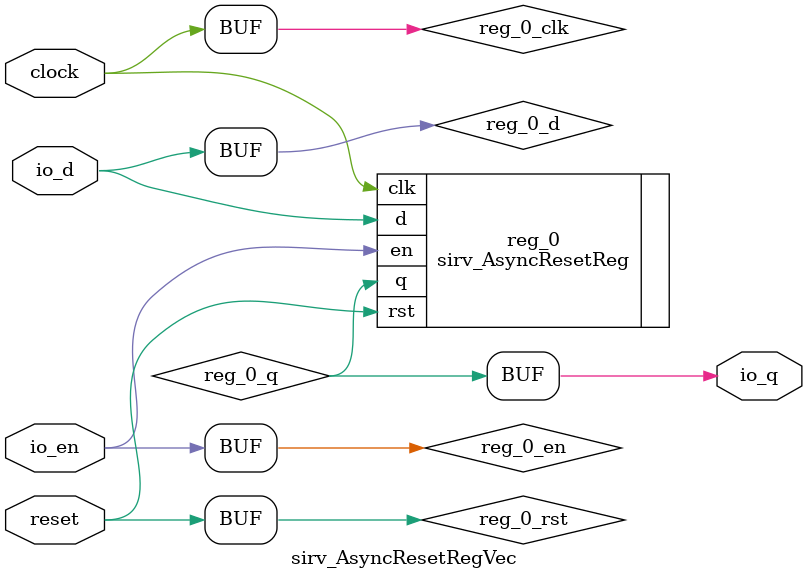
<source format=v>

 /*                                                                      
 Copyright 2018 Nuclei System Technology, Inc.                
                                                                         
 Licensed under the Apache License, Version 2.0 (the "License");         
 you may not use this file except in compliance with the License.        
 You may obtain a copy of the License at                                 
                                                                         
     http://www.apache.org/licenses/LICENSE-2.0                          
                                                                         
  Unless required by applicable law or agreed to in writing, software    
 distributed under the License is distributed on an "AS IS" BASIS,       
 WITHOUT WARRANTIES OR CONDITIONS OF ANY KIND, either express or implied.
 See the License for the specific language governing permissions and     
 limitations under the License.                                          
 */                                                                      
                                                                         
                                                                         
                                                                         
module sirv_AsyncResetRegVec(
  input   clock,
  input   reset,
  input   io_d,
  output  io_q,
  input   io_en
);
  wire  reg_0_rst;
  wire  reg_0_clk;
  wire  reg_0_en;
  wire  reg_0_q;
  wire  reg_0_d;
  sirv_AsyncResetReg reg_0 (
    .rst(reg_0_rst),
    .clk(reg_0_clk),
    .en(reg_0_en),
    .q(reg_0_q),
    .d(reg_0_d)
  );
  assign io_q = reg_0_q;
  assign reg_0_rst = reset;
  assign reg_0_clk = clock;
  assign reg_0_en = io_en;
  assign reg_0_d = io_d;
endmodule


</source>
